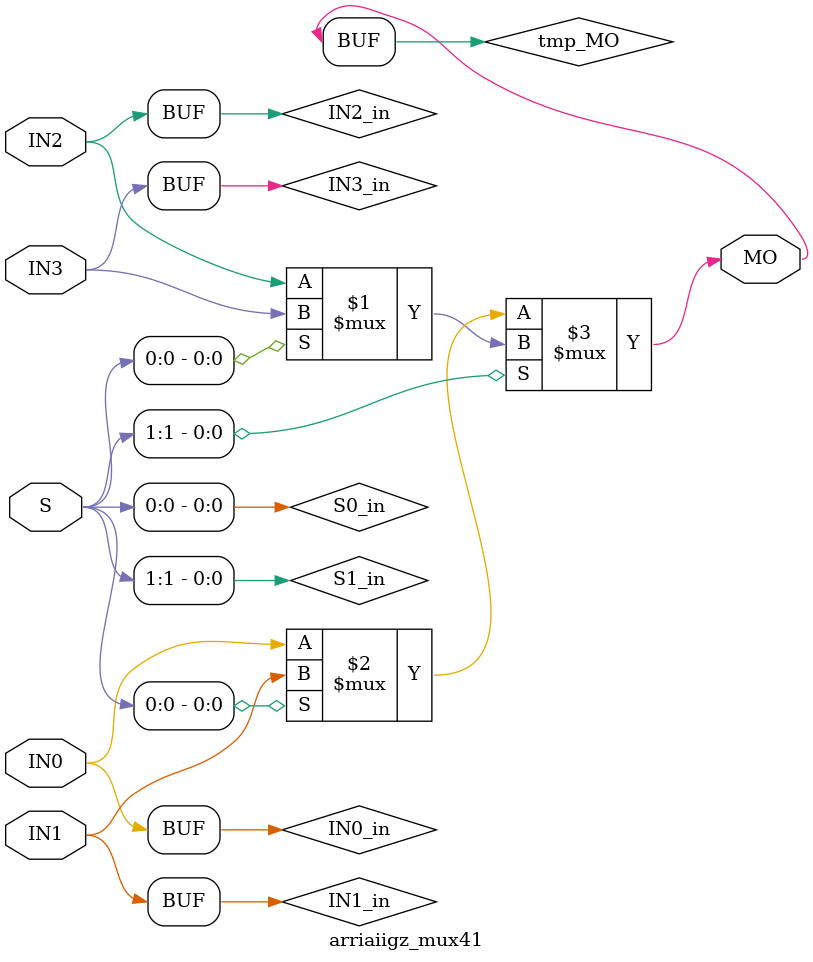
<source format=v>
module arriaiigz_mux41 (MO, IN0, IN1, IN2, IN3, S);
   input IN0;
   input IN1;
   input IN2;
   input IN3;
   input [1:0] S;
   output MO;
   wire IN0_in;
   wire IN1_in;
   wire IN2_in;
   wire IN3_in;
   wire S1_in;
   wire S0_in;
   buf(IN0_in, IN0);
   buf(IN1_in, IN1);
   buf(IN2_in, IN2);
   buf(IN3_in, IN3);
   buf(S1_in, S[1]);
   buf(S0_in, S[0]);
   wire   tmp_MO;
   specify
      (IN0 => MO) = (0, 0);
      (IN1 => MO) = (0, 0);
      (IN2 => MO) = (0, 0);
      (IN3 => MO) = (0, 0);
      (S[1] => MO) = (0, 0);
      (S[0] => MO) = (0, 0);
   endspecify
   assign tmp_MO = S1_in ? (S0_in ? IN3_in : IN2_in) : (S0_in ? IN1_in : IN0_in);
   buf (MO, tmp_MO);
endmodule
</source>
